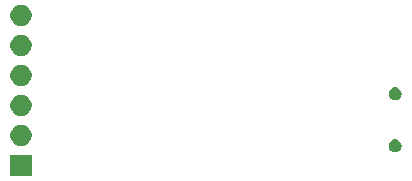
<source format=gbr>
G04 #@! TF.GenerationSoftware,KiCad,Pcbnew,5.1.5-1.fc31*
G04 #@! TF.CreationDate,2020-02-03T08:48:29+01:00*
G04 #@! TF.ProjectId,lab1,6c616231-2e6b-4696-9361-645f70636258,rev?*
G04 #@! TF.SameCoordinates,Original*
G04 #@! TF.FileFunction,Soldermask,Bot*
G04 #@! TF.FilePolarity,Negative*
%FSLAX46Y46*%
G04 Gerber Fmt 4.6, Leading zero omitted, Abs format (unit mm)*
G04 Created by KiCad (PCBNEW 5.1.5-1.fc31) date 2020-02-03 08:48:29*
%MOMM*%
%LPD*%
G04 APERTURE LIST*
%ADD10C,0.100000*%
G04 APERTURE END LIST*
D10*
G36*
X101301000Y-92401000D02*
G01*
X99499000Y-92401000D01*
X99499000Y-90599000D01*
X101301000Y-90599000D01*
X101301000Y-92401000D01*
G37*
G36*
X132240721Y-89300174D02*
G01*
X132340995Y-89341709D01*
X132340996Y-89341710D01*
X132431242Y-89402010D01*
X132507990Y-89478758D01*
X132507991Y-89478760D01*
X132568291Y-89569005D01*
X132609826Y-89669279D01*
X132631000Y-89775730D01*
X132631000Y-89884270D01*
X132609826Y-89990721D01*
X132568291Y-90090995D01*
X132568290Y-90090996D01*
X132507990Y-90181242D01*
X132431242Y-90257990D01*
X132385812Y-90288345D01*
X132340995Y-90318291D01*
X132240721Y-90359826D01*
X132134270Y-90381000D01*
X132025730Y-90381000D01*
X131919279Y-90359826D01*
X131819005Y-90318291D01*
X131774188Y-90288345D01*
X131728758Y-90257990D01*
X131652010Y-90181242D01*
X131591710Y-90090996D01*
X131591709Y-90090995D01*
X131550174Y-89990721D01*
X131529000Y-89884270D01*
X131529000Y-89775730D01*
X131550174Y-89669279D01*
X131591709Y-89569005D01*
X131652009Y-89478760D01*
X131652010Y-89478758D01*
X131728758Y-89402010D01*
X131819004Y-89341710D01*
X131819005Y-89341709D01*
X131919279Y-89300174D01*
X132025730Y-89279000D01*
X132134270Y-89279000D01*
X132240721Y-89300174D01*
G37*
G36*
X100513512Y-88063927D02*
G01*
X100662812Y-88093624D01*
X100826784Y-88161544D01*
X100974354Y-88260147D01*
X101099853Y-88385646D01*
X101198456Y-88533216D01*
X101266376Y-88697188D01*
X101301000Y-88871259D01*
X101301000Y-89048741D01*
X101266376Y-89222812D01*
X101198456Y-89386784D01*
X101099853Y-89534354D01*
X100974354Y-89659853D01*
X100826784Y-89758456D01*
X100662812Y-89826376D01*
X100513512Y-89856073D01*
X100488742Y-89861000D01*
X100311258Y-89861000D01*
X100286488Y-89856073D01*
X100137188Y-89826376D01*
X99973216Y-89758456D01*
X99825646Y-89659853D01*
X99700147Y-89534354D01*
X99601544Y-89386784D01*
X99533624Y-89222812D01*
X99499000Y-89048741D01*
X99499000Y-88871259D01*
X99533624Y-88697188D01*
X99601544Y-88533216D01*
X99700147Y-88385646D01*
X99825646Y-88260147D01*
X99973216Y-88161544D01*
X100137188Y-88093624D01*
X100286488Y-88063927D01*
X100311258Y-88059000D01*
X100488742Y-88059000D01*
X100513512Y-88063927D01*
G37*
G36*
X100513512Y-85523927D02*
G01*
X100662812Y-85553624D01*
X100826784Y-85621544D01*
X100974354Y-85720147D01*
X101099853Y-85845646D01*
X101198456Y-85993216D01*
X101266376Y-86157188D01*
X101301000Y-86331259D01*
X101301000Y-86508741D01*
X101266376Y-86682812D01*
X101198456Y-86846784D01*
X101099853Y-86994354D01*
X100974354Y-87119853D01*
X100826784Y-87218456D01*
X100662812Y-87286376D01*
X100513512Y-87316073D01*
X100488742Y-87321000D01*
X100311258Y-87321000D01*
X100286488Y-87316073D01*
X100137188Y-87286376D01*
X99973216Y-87218456D01*
X99825646Y-87119853D01*
X99700147Y-86994354D01*
X99601544Y-86846784D01*
X99533624Y-86682812D01*
X99499000Y-86508741D01*
X99499000Y-86331259D01*
X99533624Y-86157188D01*
X99601544Y-85993216D01*
X99700147Y-85845646D01*
X99825646Y-85720147D01*
X99973216Y-85621544D01*
X100137188Y-85553624D01*
X100286488Y-85523927D01*
X100311258Y-85519000D01*
X100488742Y-85519000D01*
X100513512Y-85523927D01*
G37*
G36*
X132240721Y-84900174D02*
G01*
X132340995Y-84941709D01*
X132340996Y-84941710D01*
X132431242Y-85002010D01*
X132507990Y-85078758D01*
X132507991Y-85078760D01*
X132568291Y-85169005D01*
X132609826Y-85269279D01*
X132631000Y-85375730D01*
X132631000Y-85484270D01*
X132609826Y-85590721D01*
X132568291Y-85690995D01*
X132538345Y-85735812D01*
X132507990Y-85781242D01*
X132431242Y-85857990D01*
X132385812Y-85888345D01*
X132340995Y-85918291D01*
X132240721Y-85959826D01*
X132134270Y-85981000D01*
X132025730Y-85981000D01*
X131919279Y-85959826D01*
X131819005Y-85918291D01*
X131774188Y-85888345D01*
X131728758Y-85857990D01*
X131652010Y-85781242D01*
X131621655Y-85735812D01*
X131591709Y-85690995D01*
X131550174Y-85590721D01*
X131529000Y-85484270D01*
X131529000Y-85375730D01*
X131550174Y-85269279D01*
X131591709Y-85169005D01*
X131652009Y-85078760D01*
X131652010Y-85078758D01*
X131728758Y-85002010D01*
X131819004Y-84941710D01*
X131819005Y-84941709D01*
X131919279Y-84900174D01*
X132025730Y-84879000D01*
X132134270Y-84879000D01*
X132240721Y-84900174D01*
G37*
G36*
X100513512Y-82983927D02*
G01*
X100662812Y-83013624D01*
X100826784Y-83081544D01*
X100974354Y-83180147D01*
X101099853Y-83305646D01*
X101198456Y-83453216D01*
X101266376Y-83617188D01*
X101301000Y-83791259D01*
X101301000Y-83968741D01*
X101266376Y-84142812D01*
X101198456Y-84306784D01*
X101099853Y-84454354D01*
X100974354Y-84579853D01*
X100826784Y-84678456D01*
X100662812Y-84746376D01*
X100513512Y-84776073D01*
X100488742Y-84781000D01*
X100311258Y-84781000D01*
X100286488Y-84776073D01*
X100137188Y-84746376D01*
X99973216Y-84678456D01*
X99825646Y-84579853D01*
X99700147Y-84454354D01*
X99601544Y-84306784D01*
X99533624Y-84142812D01*
X99499000Y-83968741D01*
X99499000Y-83791259D01*
X99533624Y-83617188D01*
X99601544Y-83453216D01*
X99700147Y-83305646D01*
X99825646Y-83180147D01*
X99973216Y-83081544D01*
X100137188Y-83013624D01*
X100286488Y-82983927D01*
X100311258Y-82979000D01*
X100488742Y-82979000D01*
X100513512Y-82983927D01*
G37*
G36*
X100513512Y-80443927D02*
G01*
X100662812Y-80473624D01*
X100826784Y-80541544D01*
X100974354Y-80640147D01*
X101099853Y-80765646D01*
X101198456Y-80913216D01*
X101266376Y-81077188D01*
X101301000Y-81251259D01*
X101301000Y-81428741D01*
X101266376Y-81602812D01*
X101198456Y-81766784D01*
X101099853Y-81914354D01*
X100974354Y-82039853D01*
X100826784Y-82138456D01*
X100662812Y-82206376D01*
X100513512Y-82236073D01*
X100488742Y-82241000D01*
X100311258Y-82241000D01*
X100286488Y-82236073D01*
X100137188Y-82206376D01*
X99973216Y-82138456D01*
X99825646Y-82039853D01*
X99700147Y-81914354D01*
X99601544Y-81766784D01*
X99533624Y-81602812D01*
X99499000Y-81428741D01*
X99499000Y-81251259D01*
X99533624Y-81077188D01*
X99601544Y-80913216D01*
X99700147Y-80765646D01*
X99825646Y-80640147D01*
X99973216Y-80541544D01*
X100137188Y-80473624D01*
X100286488Y-80443927D01*
X100311258Y-80439000D01*
X100488742Y-80439000D01*
X100513512Y-80443927D01*
G37*
G36*
X100513512Y-77903927D02*
G01*
X100662812Y-77933624D01*
X100826784Y-78001544D01*
X100974354Y-78100147D01*
X101099853Y-78225646D01*
X101198456Y-78373216D01*
X101266376Y-78537188D01*
X101301000Y-78711259D01*
X101301000Y-78888741D01*
X101266376Y-79062812D01*
X101198456Y-79226784D01*
X101099853Y-79374354D01*
X100974354Y-79499853D01*
X100826784Y-79598456D01*
X100662812Y-79666376D01*
X100513512Y-79696073D01*
X100488742Y-79701000D01*
X100311258Y-79701000D01*
X100286488Y-79696073D01*
X100137188Y-79666376D01*
X99973216Y-79598456D01*
X99825646Y-79499853D01*
X99700147Y-79374354D01*
X99601544Y-79226784D01*
X99533624Y-79062812D01*
X99499000Y-78888741D01*
X99499000Y-78711259D01*
X99533624Y-78537188D01*
X99601544Y-78373216D01*
X99700147Y-78225646D01*
X99825646Y-78100147D01*
X99973216Y-78001544D01*
X100137188Y-77933624D01*
X100286488Y-77903927D01*
X100311258Y-77899000D01*
X100488742Y-77899000D01*
X100513512Y-77903927D01*
G37*
M02*

</source>
